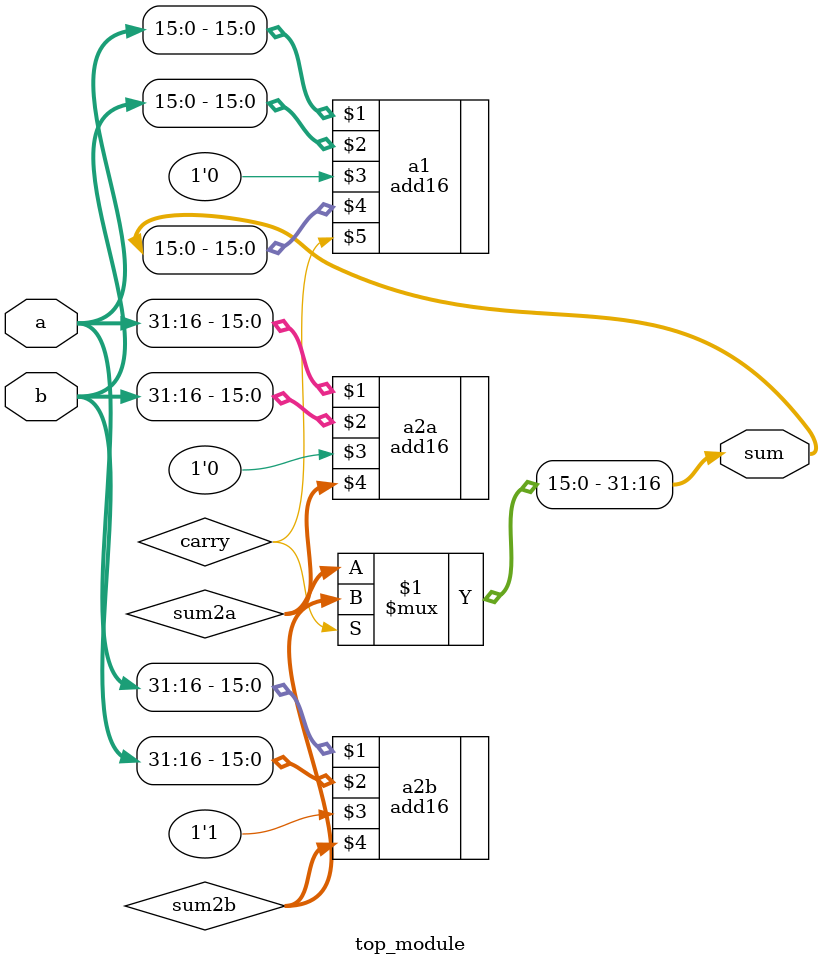
<source format=v>
/*

Copyright 2022 Marc Ketel
SPDX-License-Identifier: Apache-2.0

*/

`default_nettype none

module top_module (
    input  wire [31:0] a,
    input  wire [31:0] b,
    output wire [31:0] sum
);

  wire carry;
  add16 a1 (
      a[15:0],
      b[15:0],
      1'b0,
      sum[15:0],
      carry
  );

  wire [31:16] sum2a;
  add16 a2a (
      a[31:16],
      b[31:16],
      1'b0,
      sum2a,
  );

  wire [31:16] sum2b;
  add16 a2b (
      a[31:16],
      b[31:16],
      1'b1,
      sum2b,
  );

  assign sum[31:16] = (carry) ? sum2b : sum2a;

endmodule


</source>
